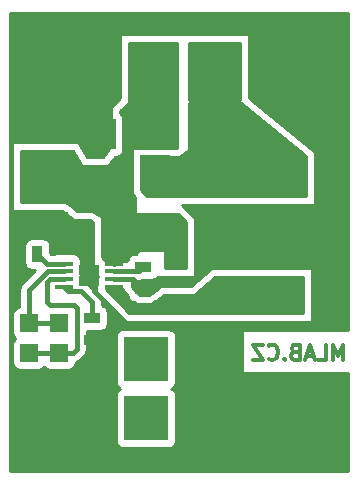
<source format=gbr>
G04 #@! TF.FileFunction,Copper,L2,Bot,Signal*
%FSLAX46Y46*%
G04 Gerber Fmt 4.6, Leading zero omitted, Abs format (unit mm)*
G04 Created by KiCad (PCBNEW (2015-05-13 BZR 5653)-product) date 2. 12. 2015 7:44:32*
%MOMM*%
G01*
G04 APERTURE LIST*
%ADD10C,0.300000*%
%ADD11R,1.397000X0.889000*%
%ADD12R,2.499360X2.550160*%
%ADD13R,1.699260X1.300480*%
%ADD14R,1.524000X1.524000*%
%ADD15R,3.810000X3.810000*%
%ADD16R,5.500000X3.000000*%
%ADD17C,6.000000*%
%ADD18R,0.889000X1.397000*%
%ADD19R,1.550000X0.420000*%
%ADD20R,0.840000X0.940000*%
%ADD21C,0.600000*%
%ADD22C,0.400000*%
%ADD23C,0.600000*%
%ADD24C,0.254000*%
G04 APERTURE END LIST*
D10*
X29145238Y10333905D02*
X29145238Y11633905D01*
X28711905Y10705333D01*
X28278572Y11633905D01*
X28278572Y10333905D01*
X27040477Y10333905D02*
X27659524Y10333905D01*
X27659524Y11633905D01*
X26669048Y10705333D02*
X26050000Y10705333D01*
X26792857Y10333905D02*
X26359524Y11633905D01*
X25926191Y10333905D01*
X25059524Y11014857D02*
X24873810Y10952952D01*
X24811905Y10891048D01*
X24750000Y10767238D01*
X24750000Y10581524D01*
X24811905Y10457714D01*
X24873810Y10395810D01*
X24997619Y10333905D01*
X25492857Y10333905D01*
X25492857Y11633905D01*
X25059524Y11633905D01*
X24935714Y11572000D01*
X24873810Y11510095D01*
X24811905Y11386286D01*
X24811905Y11262476D01*
X24873810Y11138667D01*
X24935714Y11076762D01*
X25059524Y11014857D01*
X25492857Y11014857D01*
X24192857Y10457714D02*
X24130952Y10395810D01*
X24192857Y10333905D01*
X24254762Y10395810D01*
X24192857Y10457714D01*
X24192857Y10333905D01*
X22830952Y10457714D02*
X22892857Y10395810D01*
X23078571Y10333905D01*
X23202381Y10333905D01*
X23388095Y10395810D01*
X23511904Y10519619D01*
X23573809Y10643429D01*
X23635714Y10891048D01*
X23635714Y11076762D01*
X23573809Y11324381D01*
X23511904Y11448190D01*
X23388095Y11572000D01*
X23202381Y11633905D01*
X23078571Y11633905D01*
X22892857Y11572000D01*
X22830952Y11510095D01*
X22397619Y11633905D02*
X21530952Y11633905D01*
X22397619Y10333905D01*
X21530952Y10333905D01*
D11*
X12192000Y18224500D03*
X12192000Y16319500D03*
D12*
X8636000Y29448760D03*
X8636000Y24399240D03*
X13208000Y26400760D03*
X13208000Y21351240D03*
D13*
X14986000Y15267940D03*
X14986000Y18768060D03*
D14*
X5080000Y10922000D03*
X2540000Y10922000D03*
X5080000Y13462000D03*
X2540000Y13462000D03*
D15*
X12446000Y5414000D03*
X12446000Y10414000D03*
X17526000Y5414000D03*
X17526000Y10414000D03*
D14*
X2540000Y29718000D03*
X5080000Y29718000D03*
X2540000Y27178000D03*
X5080000Y27178000D03*
X2540000Y24638000D03*
X5080000Y24638000D03*
X2540000Y22098000D03*
X5080000Y22098000D03*
D15*
X18288000Y35226000D03*
X18288000Y30226000D03*
X13208000Y35226000D03*
X13208000Y30226000D03*
D16*
X23114000Y25828000D03*
X23114000Y15828000D03*
D17*
X25380000Y5080000D03*
X25380000Y35560000D03*
X5080000Y35560000D03*
X5080000Y5080000D03*
D11*
X7874000Y13906500D03*
X7874000Y12001500D03*
D18*
X3238500Y19304000D03*
X1333500Y19304000D03*
D19*
X5515000Y16551000D03*
X5515000Y17201000D03*
X5515000Y17851000D03*
X5515000Y18501000D03*
X9725000Y18501000D03*
X9725000Y17851000D03*
X9725000Y17201000D03*
X9725000Y16551000D03*
D20*
X8040000Y17996000D03*
X8040000Y17056000D03*
X7200000Y17996000D03*
X7200000Y17056000D03*
D21*
X8040000Y17996000D03*
X8040000Y17056000D03*
X7200000Y17056000D03*
X7200000Y17996000D03*
D22*
X9725000Y17851000D02*
X11818500Y17851000D01*
X11818500Y17851000D02*
X12192000Y18224500D01*
X1016000Y29356000D02*
X1016000Y22460000D01*
X1016000Y22460000D02*
X1378000Y22098000D01*
X1378000Y22098000D02*
X2540000Y22098000D01*
X2540000Y29718000D02*
X1378000Y29718000D01*
X1378000Y29718000D02*
X1016000Y29356000D01*
X10764000Y13462000D02*
X16783000Y13462000D01*
X16783000Y13462000D02*
X17526000Y12719000D01*
X17526000Y12719000D02*
X17526000Y10414000D01*
X8040000Y17056000D02*
X8040000Y16186000D01*
X8040000Y16186000D02*
X10764000Y13462000D01*
X12192000Y16319500D02*
X11310500Y17201000D01*
X11310500Y17201000D02*
X9725000Y17201000D01*
D23*
X13208000Y30226000D02*
X13208000Y35226000D01*
D22*
X9725000Y20139000D02*
X10937240Y21351240D01*
X10937240Y21351240D02*
X13208000Y21351240D01*
X9725000Y18501000D02*
X9725000Y20139000D01*
D23*
X18288000Y35226000D02*
X18288000Y30226000D01*
D22*
X5080000Y10922000D02*
X2540000Y10922000D01*
X6604000Y14732000D02*
X6604000Y11284000D01*
X6604000Y11284000D02*
X6242000Y10922000D01*
X6242000Y10922000D02*
X5080000Y10922000D01*
X4318000Y14986000D02*
X6350000Y14986000D01*
X6350000Y14986000D02*
X6604000Y14732000D01*
X4064000Y15240000D02*
X4318000Y14986000D01*
X4064000Y16925000D02*
X4064000Y15240000D01*
X5515000Y17201000D02*
X4339999Y17200999D01*
X4339999Y17200999D02*
X4064000Y16925000D01*
X5515000Y17851000D02*
X4141458Y17851000D01*
X4141458Y17851000D02*
X2540000Y16249542D01*
X2540000Y16249542D02*
X2540000Y14624000D01*
X2540000Y14624000D02*
X2540000Y13462000D01*
X5080000Y13462000D02*
X2540000Y13462000D01*
X6928001Y16185999D02*
X7874000Y15240000D01*
X7874000Y15240000D02*
X7874000Y13906500D01*
X5515000Y16551000D02*
X5880001Y16185999D01*
X5880001Y16185999D02*
X6928001Y16185999D01*
X5515000Y18501000D02*
X4041500Y18501000D01*
X4041500Y18501000D02*
X3238500Y19304000D01*
X12700000Y14732000D02*
X13235940Y15267940D01*
X13235940Y15267940D02*
X14986000Y15267940D01*
X10934000Y14732000D02*
X12700000Y14732000D01*
X9725000Y15941000D02*
X10934000Y14732000D01*
X9725000Y16551000D02*
X9725000Y15941000D01*
D24*
G36*
X25781000Y14351000D02*
X11055868Y14351000D01*
X9063308Y16343560D01*
X10500000Y16343560D01*
X10541000Y16351515D01*
X10541000Y16203395D01*
X10846060Y15898335D01*
X10846060Y15875000D01*
X10893037Y15632877D01*
X11032827Y15420073D01*
X11243860Y15277623D01*
X11493500Y15227560D01*
X11516835Y15227560D01*
X11631395Y15113000D01*
X12996333Y15113000D01*
X14012333Y15875000D01*
X16556980Y15875000D01*
X18334980Y17399000D01*
X25781000Y17399000D01*
X25781000Y14351000D01*
X25781000Y14351000D01*
G37*
X25781000Y14351000D02*
X11055868Y14351000D01*
X9063308Y16343560D01*
X10500000Y16343560D01*
X10541000Y16351515D01*
X10541000Y16203395D01*
X10846060Y15898335D01*
X10846060Y15875000D01*
X10893037Y15632877D01*
X11032827Y15420073D01*
X11243860Y15277623D01*
X11493500Y15227560D01*
X11516835Y15227560D01*
X11631395Y15113000D01*
X12996333Y15113000D01*
X14012333Y15875000D01*
X16556980Y15875000D01*
X18334980Y17399000D01*
X25781000Y17399000D01*
X25781000Y14351000D01*
G36*
X15875000Y18161000D02*
X14097000Y18161000D01*
X14097000Y19685000D01*
X11876961Y19685000D01*
X11582113Y19316440D01*
X11493500Y19316440D01*
X11251377Y19269463D01*
X11038573Y19129673D01*
X10896123Y18918640D01*
X10849469Y18686000D01*
X10611897Y18686000D01*
X10500000Y18708440D01*
X9060254Y18708440D01*
X8920673Y18920927D01*
X8763000Y19027358D01*
X8763000Y22419968D01*
X7912453Y22987000D01*
X6646333Y22987000D01*
X6393545Y23176591D01*
X6302673Y23314927D01*
X6091640Y23457377D01*
X5992711Y23477217D01*
X5630333Y23749000D01*
X1851000Y23749000D01*
X1851000Y28067000D01*
X6278094Y28067000D01*
X7040094Y26797000D01*
X7620000Y26797000D01*
X9205039Y26797000D01*
X9788431Y27526240D01*
X9885680Y27526240D01*
X10127803Y27573217D01*
X10340607Y27713007D01*
X10483057Y27924040D01*
X10533120Y28173680D01*
X10533120Y30723840D01*
X10486143Y30965963D01*
X10346353Y31178767D01*
X10287000Y31218831D01*
X10287000Y31443395D01*
X10974605Y32131000D01*
X15113000Y32131000D01*
X15113000Y28364509D01*
X15047737Y28321000D01*
X14469049Y28321000D01*
X14457680Y28323280D01*
X11958320Y28323280D01*
X11946568Y28321000D01*
X11303000Y28321000D01*
X11303000Y24374974D01*
X11557000Y24120974D01*
X11557000Y23622000D01*
X11557000Y22733000D01*
X13970000Y22733000D01*
X14478000Y22733000D01*
X15187395Y22733000D01*
X15875000Y22045395D01*
X15875000Y18161000D01*
X15875000Y18161000D01*
G37*
X15875000Y18161000D02*
X14097000Y18161000D01*
X14097000Y19685000D01*
X11876961Y19685000D01*
X11582113Y19316440D01*
X11493500Y19316440D01*
X11251377Y19269463D01*
X11038573Y19129673D01*
X10896123Y18918640D01*
X10849469Y18686000D01*
X10611897Y18686000D01*
X10500000Y18708440D01*
X9060254Y18708440D01*
X8920673Y18920927D01*
X8763000Y19027358D01*
X8763000Y22419968D01*
X7912453Y22987000D01*
X6646333Y22987000D01*
X6393545Y23176591D01*
X6302673Y23314927D01*
X6091640Y23457377D01*
X5992711Y23477217D01*
X5630333Y23749000D01*
X1851000Y23749000D01*
X1851000Y28067000D01*
X6278094Y28067000D01*
X7040094Y26797000D01*
X7620000Y26797000D01*
X9205039Y26797000D01*
X9788431Y27526240D01*
X9885680Y27526240D01*
X10127803Y27573217D01*
X10340607Y27713007D01*
X10483057Y27924040D01*
X10533120Y28173680D01*
X10533120Y30723840D01*
X10486143Y30965963D01*
X10346353Y31178767D01*
X10287000Y31218831D01*
X10287000Y31443395D01*
X10974605Y32131000D01*
X15113000Y32131000D01*
X15113000Y28364509D01*
X15047737Y28321000D01*
X14469049Y28321000D01*
X14457680Y28323280D01*
X11958320Y28323280D01*
X11946568Y28321000D01*
X11303000Y28321000D01*
X11303000Y24374974D01*
X11557000Y24120974D01*
X11557000Y23622000D01*
X11557000Y22733000D01*
X13970000Y22733000D01*
X14478000Y22733000D01*
X15187395Y22733000D01*
X15875000Y22045395D01*
X15875000Y18161000D01*
G36*
X26035000Y24257000D02*
X12498605Y24257000D01*
X12065000Y24690605D01*
X12065000Y27559000D01*
X15278453Y27559000D01*
X16129000Y28126032D01*
X16129000Y32131000D01*
X20528666Y32131000D01*
X26035000Y27625817D01*
X26035000Y24257000D01*
X26035000Y24257000D01*
G37*
X26035000Y24257000D02*
X12498605Y24257000D01*
X12065000Y24690605D01*
X12065000Y27559000D01*
X15278453Y27559000D01*
X16129000Y28126032D01*
X16129000Y32131000D01*
X20528666Y32131000D01*
X26035000Y27625817D01*
X26035000Y24257000D01*
G36*
X29539000Y941000D02*
X14998440Y941000D01*
X14998440Y3509000D01*
X14998440Y7319000D01*
X14951463Y7561123D01*
X14811673Y7773927D01*
X14602818Y7914907D01*
X14805927Y8048327D01*
X14948377Y8259360D01*
X14998440Y8509000D01*
X14998440Y12319000D01*
X14951463Y12561123D01*
X14811673Y12773927D01*
X14600640Y12916377D01*
X14351000Y12966440D01*
X10541000Y12966440D01*
X10298877Y12919463D01*
X10086073Y12779673D01*
X9943623Y12568640D01*
X9893560Y12319000D01*
X9893560Y8509000D01*
X9940537Y8266877D01*
X10080327Y8054073D01*
X10289181Y7913094D01*
X10086073Y7779673D01*
X9943623Y7568640D01*
X9893560Y7319000D01*
X9893560Y3509000D01*
X9940537Y3266877D01*
X10080327Y3054073D01*
X10291360Y2911623D01*
X10541000Y2861560D01*
X14351000Y2861560D01*
X14593123Y2908537D01*
X14805927Y3048327D01*
X14948377Y3259360D01*
X14998440Y3509000D01*
X14998440Y941000D01*
X941000Y941000D01*
X941000Y22987000D01*
X5376333Y22987000D01*
X6392333Y22225000D01*
X7681737Y22225000D01*
X8001000Y22012158D01*
X8001000Y17653000D01*
X8302560Y17653000D01*
X8302560Y17641000D01*
X8349513Y17399000D01*
X8255000Y17399000D01*
X8255000Y16039868D01*
X7518435Y16776433D01*
X7247542Y16957438D01*
X6937440Y17019122D01*
X6937440Y17411000D01*
X6914758Y17527901D01*
X6937440Y17641000D01*
X6937440Y18061000D01*
X6914758Y18177901D01*
X6937440Y18291000D01*
X6937440Y18711000D01*
X6890463Y18953123D01*
X6750673Y19165927D01*
X6539640Y19308377D01*
X6290000Y19358440D01*
X4740000Y19358440D01*
X4624342Y19336000D01*
X4387368Y19336000D01*
X4330440Y19392928D01*
X4330440Y20002500D01*
X4283463Y20244623D01*
X4143673Y20457427D01*
X3932640Y20599877D01*
X3683000Y20649940D01*
X2794000Y20649940D01*
X2551877Y20602963D01*
X2339073Y20463173D01*
X2196623Y20252140D01*
X2146560Y20002500D01*
X2146560Y18605500D01*
X2193537Y18363377D01*
X2333327Y18150573D01*
X2544360Y18008123D01*
X2794000Y17958060D01*
X3067650Y17958060D01*
X1949566Y16839976D01*
X1768561Y16569083D01*
X1705000Y16249542D01*
X1705000Y14857277D01*
X1535877Y14824463D01*
X1323073Y14684673D01*
X1180623Y14473640D01*
X1130560Y14224000D01*
X1130560Y12700000D01*
X1177537Y12457877D01*
X1317327Y12245073D01*
X1395541Y12192278D01*
X1323073Y12144673D01*
X1180623Y11933640D01*
X1130560Y11684000D01*
X1130560Y10160000D01*
X1177537Y9917877D01*
X1317327Y9705073D01*
X1528360Y9562623D01*
X1778000Y9512560D01*
X3302000Y9512560D01*
X3544123Y9559537D01*
X3756927Y9699327D01*
X3809722Y9777542D01*
X3857327Y9705073D01*
X4068360Y9562623D01*
X4318000Y9512560D01*
X5842000Y9512560D01*
X6084123Y9559537D01*
X6296927Y9699327D01*
X6439377Y9910360D01*
X6484472Y10135232D01*
X6561540Y10150561D01*
X6561541Y10150561D01*
X6832434Y10331566D01*
X7194434Y10693566D01*
X7375439Y10964459D01*
X7375439Y10964460D01*
X7439000Y11284000D01*
X7439000Y12814560D01*
X8572500Y12814560D01*
X8814623Y12861537D01*
X9027427Y13001327D01*
X9169877Y13212360D01*
X9219940Y13462000D01*
X9219940Y14351000D01*
X9172963Y14593123D01*
X9033173Y14805927D01*
X8822140Y14948377D01*
X8709000Y14971066D01*
X8709000Y15240000D01*
X8645440Y15559540D01*
X8645439Y15559541D01*
X8558863Y15689111D01*
X9964987Y14282987D01*
X10218987Y14028987D01*
X10658974Y13589000D01*
X26543000Y13589000D01*
X26543000Y18161000D01*
X18053098Y18161000D01*
X16275098Y16637000D01*
X13758333Y16637000D01*
X12977787Y16051591D01*
X12916400Y16039380D01*
X12670388Y15875000D01*
X11947026Y15875000D01*
X11303000Y16519026D01*
X11303000Y17016000D01*
X11818500Y17016000D01*
X12138040Y17079561D01*
X12138041Y17079561D01*
X12217358Y17132560D01*
X12217359Y17132560D01*
X12890500Y17132560D01*
X13132623Y17179537D01*
X13345427Y17319327D01*
X13399207Y17399000D01*
X16637000Y17399000D01*
X16637000Y22361026D01*
X15503026Y23495000D01*
X26797000Y23495000D01*
X26797000Y27986913D01*
X21209000Y32558913D01*
X21209000Y37973000D01*
X15875000Y37973000D01*
X15367000Y37973000D01*
X10287000Y37973000D01*
X10287000Y32521026D01*
X9525000Y31759026D01*
X9525000Y28416746D01*
X8838803Y27559000D01*
X7620000Y27559000D01*
X7471531Y27559000D01*
X6709531Y28829000D01*
X941000Y28829000D01*
X941000Y39699000D01*
X29539000Y39699000D01*
X29539000Y12917000D01*
X20560238Y12917000D01*
X20560238Y9227000D01*
X29539000Y9227000D01*
X29539000Y941000D01*
X29539000Y941000D01*
G37*
X29539000Y941000D02*
X14998440Y941000D01*
X14998440Y3509000D01*
X14998440Y7319000D01*
X14951463Y7561123D01*
X14811673Y7773927D01*
X14602818Y7914907D01*
X14805927Y8048327D01*
X14948377Y8259360D01*
X14998440Y8509000D01*
X14998440Y12319000D01*
X14951463Y12561123D01*
X14811673Y12773927D01*
X14600640Y12916377D01*
X14351000Y12966440D01*
X10541000Y12966440D01*
X10298877Y12919463D01*
X10086073Y12779673D01*
X9943623Y12568640D01*
X9893560Y12319000D01*
X9893560Y8509000D01*
X9940537Y8266877D01*
X10080327Y8054073D01*
X10289181Y7913094D01*
X10086073Y7779673D01*
X9943623Y7568640D01*
X9893560Y7319000D01*
X9893560Y3509000D01*
X9940537Y3266877D01*
X10080327Y3054073D01*
X10291360Y2911623D01*
X10541000Y2861560D01*
X14351000Y2861560D01*
X14593123Y2908537D01*
X14805927Y3048327D01*
X14948377Y3259360D01*
X14998440Y3509000D01*
X14998440Y941000D01*
X941000Y941000D01*
X941000Y22987000D01*
X5376333Y22987000D01*
X6392333Y22225000D01*
X7681737Y22225000D01*
X8001000Y22012158D01*
X8001000Y17653000D01*
X8302560Y17653000D01*
X8302560Y17641000D01*
X8349513Y17399000D01*
X8255000Y17399000D01*
X8255000Y16039868D01*
X7518435Y16776433D01*
X7247542Y16957438D01*
X6937440Y17019122D01*
X6937440Y17411000D01*
X6914758Y17527901D01*
X6937440Y17641000D01*
X6937440Y18061000D01*
X6914758Y18177901D01*
X6937440Y18291000D01*
X6937440Y18711000D01*
X6890463Y18953123D01*
X6750673Y19165927D01*
X6539640Y19308377D01*
X6290000Y19358440D01*
X4740000Y19358440D01*
X4624342Y19336000D01*
X4387368Y19336000D01*
X4330440Y19392928D01*
X4330440Y20002500D01*
X4283463Y20244623D01*
X4143673Y20457427D01*
X3932640Y20599877D01*
X3683000Y20649940D01*
X2794000Y20649940D01*
X2551877Y20602963D01*
X2339073Y20463173D01*
X2196623Y20252140D01*
X2146560Y20002500D01*
X2146560Y18605500D01*
X2193537Y18363377D01*
X2333327Y18150573D01*
X2544360Y18008123D01*
X2794000Y17958060D01*
X3067650Y17958060D01*
X1949566Y16839976D01*
X1768561Y16569083D01*
X1705000Y16249542D01*
X1705000Y14857277D01*
X1535877Y14824463D01*
X1323073Y14684673D01*
X1180623Y14473640D01*
X1130560Y14224000D01*
X1130560Y12700000D01*
X1177537Y12457877D01*
X1317327Y12245073D01*
X1395541Y12192278D01*
X1323073Y12144673D01*
X1180623Y11933640D01*
X1130560Y11684000D01*
X1130560Y10160000D01*
X1177537Y9917877D01*
X1317327Y9705073D01*
X1528360Y9562623D01*
X1778000Y9512560D01*
X3302000Y9512560D01*
X3544123Y9559537D01*
X3756927Y9699327D01*
X3809722Y9777542D01*
X3857327Y9705073D01*
X4068360Y9562623D01*
X4318000Y9512560D01*
X5842000Y9512560D01*
X6084123Y9559537D01*
X6296927Y9699327D01*
X6439377Y9910360D01*
X6484472Y10135232D01*
X6561540Y10150561D01*
X6561541Y10150561D01*
X6832434Y10331566D01*
X7194434Y10693566D01*
X7375439Y10964459D01*
X7375439Y10964460D01*
X7439000Y11284000D01*
X7439000Y12814560D01*
X8572500Y12814560D01*
X8814623Y12861537D01*
X9027427Y13001327D01*
X9169877Y13212360D01*
X9219940Y13462000D01*
X9219940Y14351000D01*
X9172963Y14593123D01*
X9033173Y14805927D01*
X8822140Y14948377D01*
X8709000Y14971066D01*
X8709000Y15240000D01*
X8645440Y15559540D01*
X8645439Y15559541D01*
X8558863Y15689111D01*
X9964987Y14282987D01*
X10218987Y14028987D01*
X10658974Y13589000D01*
X26543000Y13589000D01*
X26543000Y18161000D01*
X18053098Y18161000D01*
X16275098Y16637000D01*
X13758333Y16637000D01*
X12977787Y16051591D01*
X12916400Y16039380D01*
X12670388Y15875000D01*
X11947026Y15875000D01*
X11303000Y16519026D01*
X11303000Y17016000D01*
X11818500Y17016000D01*
X12138040Y17079561D01*
X12138041Y17079561D01*
X12217358Y17132560D01*
X12217359Y17132560D01*
X12890500Y17132560D01*
X13132623Y17179537D01*
X13345427Y17319327D01*
X13399207Y17399000D01*
X16637000Y17399000D01*
X16637000Y22361026D01*
X15503026Y23495000D01*
X26797000Y23495000D01*
X26797000Y27986913D01*
X21209000Y32558913D01*
X21209000Y37973000D01*
X15875000Y37973000D01*
X15367000Y37973000D01*
X10287000Y37973000D01*
X10287000Y32521026D01*
X9525000Y31759026D01*
X9525000Y28416746D01*
X8838803Y27559000D01*
X7620000Y27559000D01*
X7471531Y27559000D01*
X6709531Y28829000D01*
X941000Y28829000D01*
X941000Y39699000D01*
X29539000Y39699000D01*
X29539000Y12917000D01*
X20560238Y12917000D01*
X20560238Y9227000D01*
X29539000Y9227000D01*
X29539000Y941000D01*
G36*
X15113000Y32131000D02*
X11049000Y32131000D01*
X11049000Y37211000D01*
X15113000Y37211000D01*
X15113000Y37084000D01*
X15113000Y32131000D01*
X15113000Y32131000D01*
G37*
X15113000Y32131000D02*
X11049000Y32131000D01*
X11049000Y37211000D01*
X15113000Y37211000D01*
X15113000Y37084000D01*
X15113000Y32131000D01*
G36*
X20447000Y32385000D02*
X16129000Y32385000D01*
X16129000Y37211000D01*
X20447000Y37211000D01*
X20447000Y32385000D01*
X20447000Y32385000D01*
G37*
X20447000Y32385000D02*
X16129000Y32385000D01*
X16129000Y37211000D01*
X20447000Y37211000D01*
X20447000Y32385000D01*
M02*

</source>
